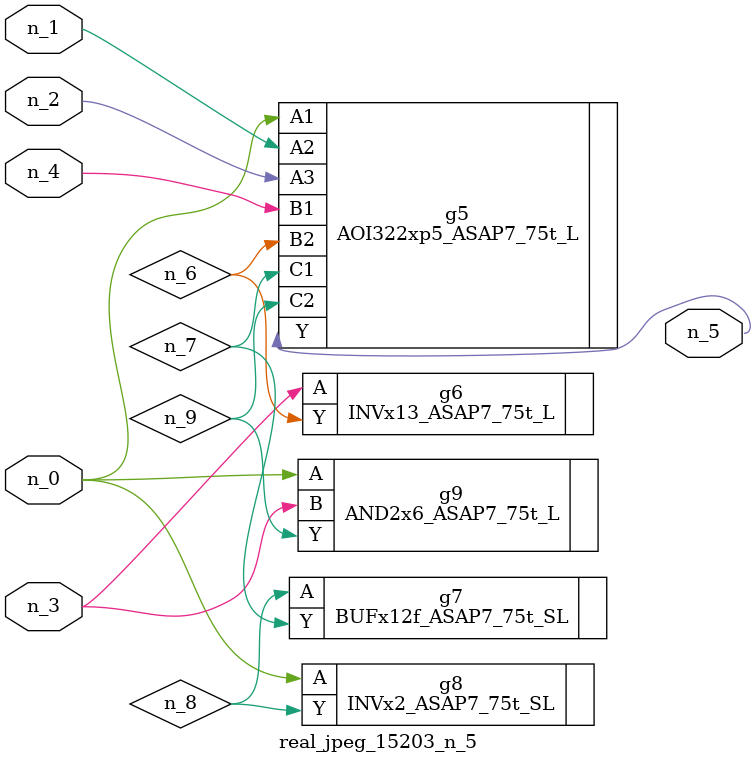
<source format=v>
module real_jpeg_15203_n_5 (n_4, n_0, n_1, n_2, n_3, n_5);

input n_4;
input n_0;
input n_1;
input n_2;
input n_3;

output n_5;

wire n_8;
wire n_6;
wire n_7;
wire n_9;

AOI322xp5_ASAP7_75t_L g5 ( 
.A1(n_0),
.A2(n_1),
.A3(n_2),
.B1(n_4),
.B2(n_6),
.C1(n_7),
.C2(n_9),
.Y(n_5)
);

INVx2_ASAP7_75t_SL g8 ( 
.A(n_0),
.Y(n_8)
);

AND2x6_ASAP7_75t_L g9 ( 
.A(n_0),
.B(n_3),
.Y(n_9)
);

INVx13_ASAP7_75t_L g6 ( 
.A(n_3),
.Y(n_6)
);

BUFx12f_ASAP7_75t_SL g7 ( 
.A(n_8),
.Y(n_7)
);


endmodule
</source>
